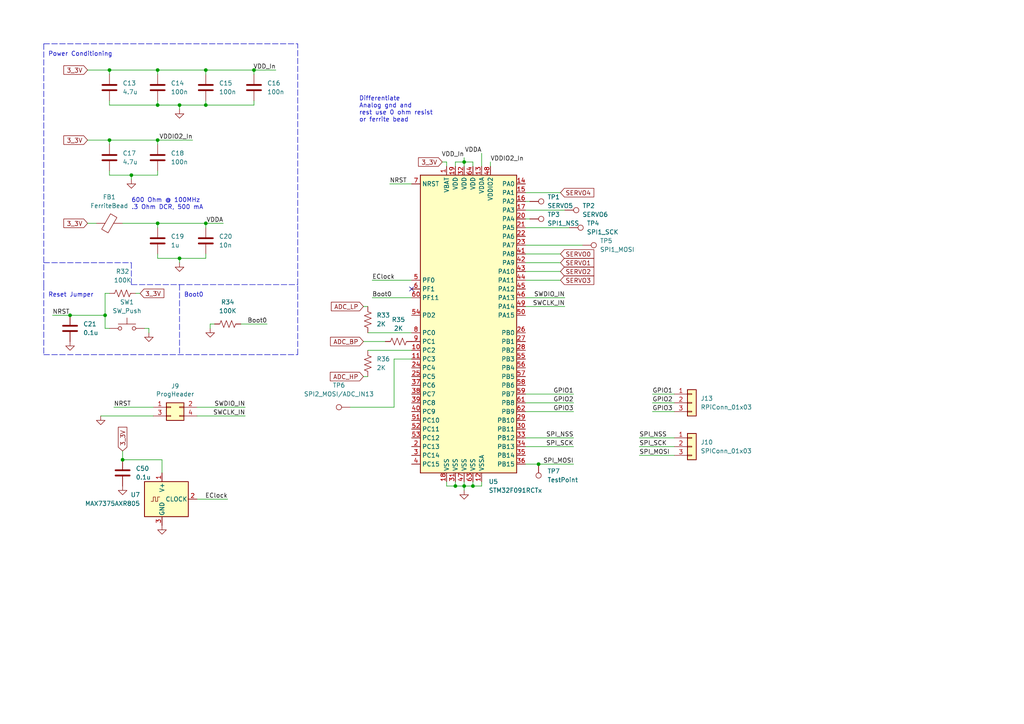
<source format=kicad_sch>
(kicad_sch (version 20211123) (generator eeschema)
  (paper "A4")
  (title_block (title "STM32 Interfacing"))
  (lib_symbols
    (symbol "Connector:TestPoint" (pin_numbers hide) (pin_names (offset 0.762) hide)
      (property "Reference" "TP" (at 0 6.858 0))
      (property "Value" "TestPoint" (at 0 5.08 0))
      (symbol "TestPoint_0_1"
        (circle (center 0 3.302) (radius 0.762))
      )
      (symbol "TestPoint_1_1"
        (pin passive line (at 0 0 90) (length 2.54) (name "1") (number "1"))
      )
    )
    (symbol "Connector_Generic:Conn_01x03" (pin_names (offset 1.016) hide)
      (property "Reference" "J" (at 0 5.08 0))
      (property "Value" "Conn_01x03" (at 0 -5.08 0))
      (symbol "Conn_01x03_1_1"
        (rectangle (start -1.27 -2.413) (end 0 -2.667) (stroke (width 0.1524)))
        (rectangle (start -1.27 0.127) (end 0 -0.127) (stroke (width 0.1524)))
        (rectangle (start -1.27 2.667) (end 0 2.413) (stroke (width 0.1524)))
        (rectangle (start -1.27 3.81) (end 1.27 -3.81) (stroke (width 0.254)) (fill (type background)))
        (pin passive line (at -5.08 2.54 0) (length 3.81) (name "Pin_1") (number "1"))
        (pin passive line (at -5.08 0 0) (length 3.81) (name "Pin_2") (number "2"))
        (pin passive line (at -5.08 -2.54 0) (length 3.81) (name "Pin_3") (number "3"))
      )
    )
    (symbol "Connector_Generic:Conn_02x02_Odd_Even" (pin_names (offset 1.016) hide)
      (property "Reference" "J" (at 1.27 2.54 0))
      (property "Value" "Conn_02x02_Odd_Even" (at 1.27 -5.08 0))
      (symbol "Conn_02x02_Odd_Even_1_1"
        (rectangle (start -1.27 -2.413) (end 0 -2.667) (stroke (width 0.1524)))
        (rectangle (start -1.27 0.127) (end 0 -0.127) (stroke (width 0.1524)))
        (rectangle (start -1.27 1.27) (end 3.81 -3.81) (stroke (width 0.254)) (fill (type background)))
        (rectangle (start 3.81 -2.413) (end 2.54 -2.667) (stroke (width 0.1524)))
        (rectangle (start 3.81 0.127) (end 2.54 -0.127) (stroke (width 0.1524)))
        (pin passive line (at -5.08 0 0) (length 3.81) (name "Pin_1") (number "1"))
        (pin passive line (at 7.62 0 180) (length 3.81) (name "Pin_2") (number "2"))
        (pin passive line (at -5.08 -2.54 0) (length 3.81) (name "Pin_3") (number "3"))
        (pin passive line (at 7.62 -2.54 180) (length 3.81) (name "Pin_4") (number "4"))
      )
    )
    (symbol "Device:C" (pin_numbers hide) (pin_names (offset 0.254))
      (property "Reference" "C" (at 0.635 2.54 0))
      (property "Value" "C" (at 0.635 -2.54 0))
      (symbol "C_0_1"
        (polyline (pts (xy -2.032 -0.762) (xy 2.032 -0.762)) (stroke (width 0.508)))
        (polyline (pts (xy -2.032 0.762) (xy 2.032 0.762)) (stroke (width 0.508)))
      )
      (symbol "C_1_1"
        (pin passive line (at 0 3.81 270) (length 2.794) (name "~") (number "1"))
        (pin passive line (at 0 -3.81 90) (length 2.794) (name "~") (number "2"))
      )
    )
    (symbol "Device:FerriteBead" (pin_numbers hide) (pin_names (offset 0))
      (property "Reference" "FB" (at -3.81 0.635 90))
      (property "Value" "FerriteBead" (at 3.81 0 90))
      (symbol "FerriteBead_0_1"
        (polyline (pts (xy 0 -1.27) (xy 0 -1.2192)))
        (polyline (pts (xy 0 1.27) (xy 0 1.2954)))
        (polyline (pts (xy -2.7686 0.4064) (xy -1.7018 2.2606) (xy 2.7686 -0.3048) (xy 1.6764 -2.159) (xy -2.7686 0.4064)))
      )
      (symbol "FerriteBead_1_1"
        (pin passive line (at 0 3.81 270) (length 2.54) (name "~") (number "1"))
        (pin passive line (at 0 -3.81 90) (length 2.54) (name "~") (number "2"))
      )
    )
    (symbol "Device:R_US" (pin_numbers hide) (pin_names (offset 0))
      (property "Reference" "R" (at 2.54 0 90))
      (property "Value" "R_US" (at -2.54 0 90))
      (symbol "R_US_0_1"
        (polyline (pts (xy 0 -2.286) (xy 0 -2.54)))
        (polyline (pts (xy 0 2.286) (xy 0 2.54)))
        (polyline (pts (xy 0 -0.762) (xy 1.016 -1.143) (xy 0 -1.524) (xy -1.016 -1.905) (xy 0 -2.286)))
        (polyline (pts (xy 0 0.762) (xy 1.016 0.381) (xy 0 0) (xy -1.016 -0.381) (xy 0 -0.762)))
        (polyline (pts (xy 0 2.286) (xy 1.016 1.905) (xy 0 1.524) (xy -1.016 1.143) (xy 0 0.762)))
      )
      (symbol "R_US_1_1"
        (pin passive line (at 0 3.81 270) (length 1.27) (name "~") (number "1"))
        (pin passive line (at 0 -3.81 90) (length 1.27) (name "~") (number "2"))
      )
    )
    (symbol "MCU_ST_STM32F0:STM32F091RCTx"
      (property "Reference" "U" (at -15.24 44.45 0))
      (property "Value" "STM32F091RCTx" (at 7.62 44.45 0))
      (symbol "STM32F091RCTx_0_1"
        (rectangle (start -15.24 -43.18) (end 12.7 43.18) (stroke (width 0.254)) (fill (type background)))
      )
      (symbol "STM32F091RCTx_1_1"
        (pin power_in line (at -7.62 45.72 270) (length 2.54) (name "VBAT") (number "1"))
        (pin bidirectional line (at -17.78 -7.62 0) (length 2.54) (name "PC2") (number "10"))
        (pin bidirectional line (at -17.78 -10.16 0) (length 2.54) (name "PC3") (number "11"))
        (pin power_in line (at 2.54 -45.72 90) (length 2.54) (name "VSSA") (number "12"))
        (pin power_in line (at 2.54 45.72 270) (length 2.54) (name "VDDA") (number "13"))
        (pin bidirectional line (at 15.24 40.64 180) (length 2.54) (name "PA0") (number "14"))
        (pin bidirectional line (at 15.24 38.1 180) (length 2.54) (name "PA1") (number "15"))
        (pin bidirectional line (at 15.24 35.56 180) (length 2.54) (name "PA2") (number "16"))
        (pin bidirectional line (at 15.24 33.02 180) (length 2.54) (name "PA3") (number "17"))
        (pin power_in line (at -7.62 -45.72 90) (length 2.54) (name "VSS") (number "18"))
        (pin power_in line (at -5.08 45.72 270) (length 2.54) (name "VDD") (number "19"))
        (pin bidirectional line (at -17.78 -35.56 0) (length 2.54) (name "PC13") (number "2"))
        (pin bidirectional line (at 15.24 30.48 180) (length 2.54) (name "PA4") (number "20"))
        (pin bidirectional line (at 15.24 27.94 180) (length 2.54) (name "PA5") (number "21"))
        (pin bidirectional line (at 15.24 25.4 180) (length 2.54) (name "PA6") (number "22"))
        (pin bidirectional line (at 15.24 22.86 180) (length 2.54) (name "PA7") (number "23"))
        (pin bidirectional line (at -17.78 -12.7 0) (length 2.54) (name "PC4") (number "24"))
        (pin bidirectional line (at -17.78 -15.24 0) (length 2.54) (name "PC5") (number "25"))
        (pin bidirectional line (at 15.24 -2.54 180) (length 2.54) (name "PB0") (number "26"))
        (pin bidirectional line (at 15.24 -5.08 180) (length 2.54) (name "PB1") (number "27"))
        (pin bidirectional line (at 15.24 -7.62 180) (length 2.54) (name "PB2") (number "28"))
        (pin bidirectional line (at 15.24 -27.94 180) (length 2.54) (name "PB10") (number "29"))
        (pin bidirectional line (at -17.78 -38.1 0) (length 2.54) (name "PC14") (number "3"))
        (pin bidirectional line (at 15.24 -30.48 180) (length 2.54) (name "PB11") (number "30"))
        (pin power_in line (at -5.08 -45.72 90) (length 2.54) (name "VSS") (number "31"))
        (pin power_in line (at -2.54 45.72 270) (length 2.54) (name "VDD") (number "32"))
        (pin bidirectional line (at 15.24 -33.02 180) (length 2.54) (name "PB12") (number "33"))
        (pin bidirectional line (at 15.24 -35.56 180) (length 2.54) (name "PB13") (number "34"))
        (pin bidirectional line (at 15.24 -38.1 180) (length 2.54) (name "PB14") (number "35"))
        (pin bidirectional line (at 15.24 -40.64 180) (length 2.54) (name "PB15") (number "36"))
        (pin bidirectional line (at -17.78 -17.78 0) (length 2.54) (name "PC6") (number "37"))
        (pin bidirectional line (at -17.78 -20.32 0) (length 2.54) (name "PC7") (number "38"))
        (pin bidirectional line (at -17.78 -22.86 0) (length 2.54) (name "PC8") (number "39"))
        (pin bidirectional line (at -17.78 -40.64 0) (length 2.54) (name "PC15") (number "4"))
        (pin bidirectional line (at -17.78 -25.4 0) (length 2.54) (name "PC9") (number "40"))
        (pin bidirectional line (at 15.24 20.32 180) (length 2.54) (name "PA8") (number "41"))
        (pin bidirectional line (at 15.24 17.78 180) (length 2.54) (name "PA9") (number "42"))
        (pin bidirectional line (at 15.24 15.24 180) (length 2.54) (name "PA10") (number "43"))
        (pin bidirectional line (at 15.24 12.7 180) (length 2.54) (name "PA11") (number "44"))
        (pin bidirectional line (at 15.24 10.16 180) (length 2.54) (name "PA12") (number "45"))
        (pin bidirectional line (at 15.24 7.62 180) (length 2.54) (name "PA13") (number "46"))
        (pin power_in line (at -2.54 -45.72 90) (length 2.54) (name "VSS") (number "47"))
        (pin power_in line (at 5.08 45.72 270) (length 2.54) (name "VDDIO2") (number "48"))
        (pin bidirectional line (at 15.24 5.08 180) (length 2.54) (name "PA14") (number "49"))
        (pin input line (at -17.78 12.7 0) (length 2.54) (name "PF0") (number "5"))
        (pin bidirectional line (at 15.24 2.54 180) (length 2.54) (name "PA15") (number "50"))
        (pin bidirectional line (at -17.78 -27.94 0) (length 2.54) (name "PC10") (number "51"))
        (pin bidirectional line (at -17.78 -30.48 0) (length 2.54) (name "PC11") (number "52"))
        (pin bidirectional line (at -17.78 -33.02 0) (length 2.54) (name "PC12") (number "53"))
        (pin bidirectional line (at -17.78 2.54 0) (length 2.54) (name "PD2") (number "54"))
        (pin bidirectional line (at 15.24 -10.16 180) (length 2.54) (name "PB3") (number "55"))
        (pin bidirectional line (at 15.24 -12.7 180) (length 2.54) (name "PB4") (number "56"))
        (pin bidirectional line (at 15.24 -15.24 180) (length 2.54) (name "PB5") (number "57"))
        (pin bidirectional line (at 15.24 -17.78 180) (length 2.54) (name "PB6") (number "58"))
        (pin bidirectional line (at 15.24 -20.32 180) (length 2.54) (name "PB7") (number "59"))
        (pin input line (at -17.78 10.16 0) (length 2.54) (name "PF1") (number "6"))
        (pin bidirectional line (at -17.78 7.62 0) (length 2.54) (name "PF11") (number "60"))
        (pin bidirectional line (at 15.24 -22.86 180) (length 2.54) (name "PB8") (number "61"))
        (pin bidirectional line (at 15.24 -25.4 180) (length 2.54) (name "PB9") (number "62"))
        (pin power_in line (at 0 -45.72 90) (length 2.54) (name "VSS") (number "63"))
        (pin power_in line (at 0 45.72 270) (length 2.54) (name "VDD") (number "64"))
        (pin input line (at -17.78 40.64 0) (length 2.54) (name "NRST") (number "7"))
        (pin bidirectional line (at -17.78 -2.54 0) (length 2.54) (name "PC0") (number "8"))
        (pin bidirectional line (at -17.78 -5.08 0) (length 2.54) (name "PC1") (number "9"))
      )
    )
    (symbol "Oscillator:MAX7375AXR805" (pin_names (offset 0.254))
      (property "Reference" "U" (at -2.54 6.35 0))
      (property "Value" "MAX7375AXR805" (at 1.27 -6.35 0))
      (symbol "MAX7375AXR805_0_1"
        (rectangle (start -5.08 5.08) (end 7.62 -5.08) (stroke (width 0.254)) (fill (type background)))
        (polyline (pts (xy -3.175 -0.635) (xy -2.54 -0.635) (xy -2.54 0.635) (xy -1.905 0.635) (xy -1.905 -0.635) (xy -1.27 -0.635) (xy -1.27 0.635) (xy -0.635 0.635)))
      )
      (symbol "MAX7375AXR805_1_1"
        (pin power_in line (at 0 7.62 270) (length 2.54) (name "V+") (number "1"))
        (pin output line (at 10.16 0 180) (length 2.54) (name "CLOCK") (number "2"))
        (pin power_in line (at 0 -7.62 90) (length 2.54) (name "GND") (number "3"))
      )
    )
    (symbol "Switch:SW_Push" (pin_numbers hide) (pin_names (offset 1.016) hide)
      (property "Reference" "SW" (at 1.27 2.54 0))
      (property "Value" "SW_Push" (at 0 -1.524 0))
      (symbol "SW_Push_0_1"
        (circle (center -2.032 0) (radius 0.508))
        (polyline (pts (xy 0 1.27) (xy 0 3.048)))
        (polyline (pts (xy 2.54 1.27) (xy -2.54 1.27)))
        (circle (center 2.032 0) (radius 0.508))
        (pin passive line (at -5.08 0 0) (length 2.54) (name "1") (number "1"))
        (pin passive line (at 5.08 0 180) (length 2.54) (name "2") (number "2"))
      )
    )
    (symbol "power:GND" (power) (pin_names (offset 0))
      (property "Value" "GND" (at 0 -3.81 0))
      (symbol "GND_0_1"
        (polyline (pts (xy 0 0) (xy 0 -1.27) (xy 1.27 -1.27) (xy 0 -2.54) (xy -1.27 -1.27) (xy 0 -1.27)))
      )
      (symbol "GND_1_1"
        (pin power_in line (at 0 0 270) (length 0) hide (name "GND") (number "1"))
      )
    )
  )
  (junction (at 38.1 50.8))
  (junction (at 137.16 140.97))
  (junction (at 132.08 140.97))
  (junction (at 156.21 134.62))
  (junction (at 45.72 20.32))
  (junction (at 45.72 30.48))
  (junction (at 45.72 40.64))
  (junction (at 35.56 133.35))
  (junction (at 134.62 140.97))
  (junction (at 59.69 20.32))
  (junction (at 134.62 46.99))
  (junction (at 45.72 64.77))
  (junction (at 31.75 20.32))
  (junction (at 20.32 91.44))
  (junction (at 52.07 74.93))
  (junction (at 31.75 40.64))
  (junction (at 59.69 30.48))
  (junction (at 52.07 30.48))
  (junction (at 73.66 20.32))
  (junction (at 59.69 64.77))
  (junction (at 30.48 91.44))
  (no_connect (at 119.38 83.82))
  (polyline (pts (xy 12.7 12.7) (xy 86.36 12.7)))
  (wire (pts (xy 45.72 20.32) (xy 45.72 21.59)))
  (polyline (pts (xy 38.1 76.2) (xy 38.1 82.55)))
  (wire (pts (xy 152.4 60.96) (xy 163.83 60.96)))
  (wire (pts (xy 152.4 55.88) (xy 162.56 55.88)))
  (wire (pts (xy 45.72 40.64) (xy 55.88 40.64)))
  (wire (pts (xy 137.16 139.7) (xy 137.16 140.97)))
  (wire (pts (xy 59.69 64.77) (xy 64.77 64.77)))
  (wire (pts (xy 107.95 86.36) (xy 119.38 86.36)))
  (wire (pts (xy 38.1 50.8) (xy 31.75 50.8)))
  (wire (pts (xy 152.4 116.84) (xy 166.37 116.84)))
  (wire (pts (xy 35.56 133.35) (xy 46.99 133.35)))
  (wire (pts (xy 134.62 45.72) (xy 134.62 46.99)))
  (wire (pts (xy 152.4 73.66) (xy 162.56 73.66)))
  (wire (pts (xy 189.23 119.38) (xy 195.58 119.38)))
  (wire (pts (xy 25.4 20.32) (xy 31.75 20.32)))
  (wire (pts (xy 139.7 140.97) (xy 137.16 140.97)))
  (wire (pts (xy 25.4 40.64) (xy 31.75 40.64)))
  (wire (pts (xy 107.95 81.28) (xy 119.38 81.28)))
  (polyline (pts (xy 12.7 76.2) (xy 38.1 76.2)))
  (wire (pts (xy 73.66 21.59) (xy 73.66 20.32)))
  (wire (pts (xy 73.66 30.48) (xy 59.69 30.48)))
  (wire (pts (xy 30.48 95.25) (xy 30.48 91.44)))
  (wire (pts (xy 45.72 74.93) (xy 52.07 74.93)))
  (wire (pts (xy 152.4 134.62) (xy 156.21 134.62)))
  (wire (pts (xy 132.08 48.26) (xy 132.08 46.99)))
  (wire (pts (xy 134.62 46.99) (xy 134.62 48.26)))
  (wire (pts (xy 139.7 44.45) (xy 139.7 48.26)))
  (wire (pts (xy 132.08 140.97) (xy 134.62 140.97)))
  (wire (pts (xy 52.07 30.48) (xy 52.07 31.75)))
  (wire (pts (xy 73.66 20.32) (xy 59.69 20.32)))
  (wire (pts (xy 152.4 86.36) (xy 163.83 86.36)))
  (wire (pts (xy 132.08 46.99) (xy 134.62 46.99)))
  (wire (pts (xy 52.07 74.93) (xy 52.07 76.2)))
  (wire (pts (xy 46.99 133.35) (xy 46.99 137.16)))
  (wire (pts (xy 45.72 29.21) (xy 45.72 30.48)))
  (wire (pts (xy 45.72 20.32) (xy 59.69 20.32)))
  (wire (pts (xy 152.4 88.9) (xy 163.83 88.9)))
  (wire (pts (xy 114.3 104.14) (xy 119.38 104.14)))
  (wire (pts (xy 31.75 40.64) (xy 31.75 41.91)))
  (wire (pts (xy 60.96 95.25) (xy 60.96 93.98)))
  (wire (pts (xy 152.4 63.5) (xy 153.67 63.5)))
  (wire (pts (xy 134.62 139.7) (xy 134.62 140.97)))
  (wire (pts (xy 30.48 85.09) (xy 31.75 85.09)))
  (wire (pts (xy 152.4 119.38) (xy 166.37 119.38)))
  (wire (pts (xy 152.4 78.74) (xy 162.56 78.74)))
  (wire (pts (xy 137.16 46.99) (xy 134.62 46.99)))
  (polyline (pts (xy 86.36 102.87) (xy 86.36 82.55)))
  (wire (pts (xy 59.69 20.32) (xy 59.69 21.59)))
  (wire (pts (xy 73.66 29.21) (xy 73.66 30.48)))
  (wire (pts (xy 152.4 114.3) (xy 166.37 114.3)))
  (wire (pts (xy 185.42 129.54) (xy 195.58 129.54)))
  (wire (pts (xy 43.18 95.25) (xy 43.18 96.52)))
  (wire (pts (xy 57.15 120.65) (xy 71.12 120.65)))
  (wire (pts (xy 35.56 64.77) (xy 45.72 64.77)))
  (wire (pts (xy 31.75 20.32) (xy 45.72 20.32)))
  (wire (pts (xy 139.7 139.7) (xy 139.7 140.97)))
  (wire (pts (xy 59.69 29.21) (xy 59.69 30.48)))
  (wire (pts (xy 129.54 139.7) (xy 129.54 140.97)))
  (wire (pts (xy 35.56 130.81) (xy 35.56 133.35)))
  (wire (pts (xy 45.72 41.91) (xy 45.72 40.64)))
  (wire (pts (xy 152.4 129.54) (xy 166.37 129.54)))
  (wire (pts (xy 59.69 74.93) (xy 59.69 73.66)))
  (wire (pts (xy 105.41 109.22) (xy 106.68 109.22)))
  (wire (pts (xy 59.69 66.04) (xy 59.69 64.77)))
  (wire (pts (xy 152.4 127) (xy 166.37 127)))
  (wire (pts (xy 52.07 30.48) (xy 59.69 30.48)))
  (wire (pts (xy 60.96 93.98) (xy 62.23 93.98)))
  (wire (pts (xy 30.48 95.25) (xy 31.75 95.25)))
  (wire (pts (xy 106.68 96.52) (xy 119.38 96.52)))
  (wire (pts (xy 152.4 66.04) (xy 165.1 66.04)))
  (wire (pts (xy 189.23 114.3) (xy 195.58 114.3)))
  (wire (pts (xy 185.42 132.08) (xy 195.58 132.08)))
  (wire (pts (xy 15.24 91.44) (xy 20.32 91.44)))
  (polyline (pts (xy 86.36 82.55) (xy 86.36 12.7)))
  (polyline (pts (xy 52.07 82.55) (xy 52.07 102.87)))
  (wire (pts (xy 129.54 48.26) (xy 129.54 46.99)))
  (wire (pts (xy 38.1 50.8) (xy 45.72 50.8)))
  (polyline (pts (xy 12.7 102.87) (xy 86.36 102.87)))
  (wire (pts (xy 168.91 71.12) (xy 152.4 71.12)))
  (wire (pts (xy 45.72 64.77) (xy 45.72 66.04)))
  (wire (pts (xy 73.66 20.32) (xy 80.01 20.32)))
  (wire (pts (xy 31.75 49.53) (xy 31.75 50.8)))
  (wire (pts (xy 69.85 93.98) (xy 77.47 93.98)))
  (wire (pts (xy 101.6 118.11) (xy 114.3 118.11)))
  (wire (pts (xy 156.21 134.62) (xy 166.37 134.62)))
  (wire (pts (xy 105.41 99.06) (xy 111.76 99.06)))
  (wire (pts (xy 25.4 64.77) (xy 27.94 64.77)))
  (wire (pts (xy 45.72 40.64) (xy 31.75 40.64)))
  (wire (pts (xy 114.3 118.11) (xy 114.3 104.14)))
  (wire (pts (xy 44.45 118.11) (xy 33.02 118.11)))
  (wire (pts (xy 59.69 64.77) (xy 45.72 64.77)))
  (wire (pts (xy 20.32 91.44) (xy 30.48 91.44)))
  (wire (pts (xy 40.64 85.09) (xy 39.37 85.09)))
  (wire (pts (xy 31.75 30.48) (xy 45.72 30.48)))
  (wire (pts (xy 52.07 74.93) (xy 59.69 74.93)))
  (wire (pts (xy 29.21 120.65) (xy 44.45 120.65)))
  (wire (pts (xy 45.72 49.53) (xy 45.72 50.8)))
  (wire (pts (xy 129.54 140.97) (xy 132.08 140.97)))
  (wire (pts (xy 129.54 46.99) (xy 128.27 46.99)))
  (wire (pts (xy 31.75 20.32) (xy 31.75 21.59)))
  (wire (pts (xy 30.48 85.09) (xy 30.48 91.44)))
  (wire (pts (xy 152.4 81.28) (xy 162.56 81.28)))
  (wire (pts (xy 137.16 48.26) (xy 137.16 46.99)))
  (wire (pts (xy 52.07 30.48) (xy 45.72 30.48)))
  (polyline (pts (xy 38.1 82.55) (xy 86.36 82.55)))
  (polyline (pts (xy 12.7 12.7) (xy 12.7 82.55)))
  (wire (pts (xy 38.1 52.07) (xy 38.1 50.8)))
  (wire (pts (xy 113.03 53.34) (xy 119.38 53.34)))
  (wire (pts (xy 189.23 116.84) (xy 195.58 116.84)))
  (wire (pts (xy 152.4 76.2) (xy 162.56 76.2)))
  (polyline (pts (xy 12.7 82.55) (xy 12.7 102.87)))
  (wire (pts (xy 41.91 95.25) (xy 43.18 95.25)))
  (wire (pts (xy 134.62 140.97) (xy 134.62 142.24)))
  (wire (pts (xy 132.08 139.7) (xy 132.08 140.97)))
  (wire (pts (xy 185.42 127) (xy 195.58 127)))
  (wire (pts (xy 57.15 118.11) (xy 71.12 118.11)))
  (wire (pts (xy 142.24 46.99) (xy 142.24 48.26)))
  (wire (pts (xy 137.16 140.97) (xy 134.62 140.97)))
  (wire (pts (xy 152.4 58.42) (xy 153.67 58.42)))
  (wire (pts (xy 31.75 29.21) (xy 31.75 30.48)))
  (wire (pts (xy 45.72 73.66) (xy 45.72 74.93)))
  (wire (pts (xy 106.68 101.6) (xy 119.38 101.6)))
  (wire (pts (xy 57.15 144.78) (xy 66.04 144.78)))
  (wire (pts (xy 105.41 88.9) (xy 106.68 88.9)))
  (text "Differentiate\nAnalog gnd and\nrest use 0 ohm resist\nor ferrite bead" (at 104.14 35.56 0) (effects (font (size 1.27 1.27)) (justify left bottom)))
  (text "600 Ohm @ 100MHz\n.3 Ohm DCR, 500 mA" (at 38.1 60.96 0) (effects (font (size 1.27 1.27)) (justify left bottom)))
  (text "Boot0" (at 53.34 86.36 0) (effects (font (size 1.27 1.27)) (justify left bottom)))
  (text "Power Conditioning" (at 13.97 16.51 0) (effects (font (size 1.27 1.27)) (justify left bottom)))
  (text "Reset Jumper" (at 13.97 86.36 0) (effects (font (size 1.27 1.27)) (justify left bottom)))
  (label "SWCLK_IN" (at 71.12 120.65 180))
  (label "SPI_MOSI" (at 185.42 132.08 0))
  (label "NRST" (at 15.24 91.44 0))
  (label "GPIO3" (at 189.23 119.38 0))
  (label "SPI_MOSI" (at 166.37 134.62 180))
  (label "SPI_SCK" (at 185.42 129.54 0))
  (label "NRST" (at 33.02 118.11 0))
  (label "VDD_In" (at 134.62 45.72 180))
  (label "VDDIO2_In" (at 55.88 40.64 180))
  (label "EClock" (at 66.04 144.78 180))
  (label "SWDIO_IN" (at 163.83 86.36 180))
  (label "SPI_SCK" (at 166.37 129.54 180))
  (label "Boot0" (at 77.47 93.98 180))
  (label "GPIO2" (at 166.37 116.84 180))
  (label "GPIO3" (at 166.37 119.38 180))
  (label "NRST" (at 113.03 53.34 0))
  (label "VDDA" (at 139.7 44.45 180))
  (label "GPIO1" (at 189.23 114.3 0))
  (label "EClock" (at 107.95 81.28 0))
  (label "VDDIO2_In" (at 142.24 46.99 0))
  (label "Boot0" (at 107.95 86.36 0))
  (label "SWCLK_IN" (at 163.83 88.9 180))
  (label "SPI_NSS" (at 185.42 127 0))
  (label "GPIO2" (at 189.23 116.84 0))
  (label "SPI_NSS" (at 166.37 127 180))
  (label "SWDIO_IN" (at 71.12 118.11 180))
  (label "VDD_In" (at 80.01 20.32 180))
  (label "VDDA" (at 64.77 64.77 180))
  (label "GPIO1" (at 166.37 114.3 180))
  (global_label "3_3V" (shape input) (at 40.64 85.09 0) (property "Intersheet References" "${INTERSHEET_REFS}" (effects hide)))
  (global_label "SERVO2" (shape input) (at 162.56 78.74 0) (property "Intersheet References" "${INTERSHEET_REFS}" (effects hide)))
  (global_label "SERVO0" (shape input) (at 162.56 73.66 0) (property "Intersheet References" "${INTERSHEET_REFS}" (effects hide)))
  (global_label "3_3V" (shape input) (at 35.56 130.81 90) (property "Intersheet References" "${INTERSHEET_REFS}" (effects hide)))
  (global_label "ADC_HP" (shape input) (at 105.41 109.22 180) (property "Intersheet References" "${INTERSHEET_REFS}" (effects hide)))
  (global_label "ADC_LP" (shape input) (at 105.41 88.9 180) (property "Intersheet References" "${INTERSHEET_REFS}" (effects hide)))
  (global_label "SERVO1" (shape input) (at 162.56 76.2 0) (property "Intersheet References" "${INTERSHEET_REFS}" (effects hide)))
  (global_label "SERVO3" (shape input) (at 162.56 81.28 0) (property "Intersheet References" "${INTERSHEET_REFS}" (effects hide)))
  (global_label "3_3V" (shape input) (at 25.4 64.77 180) (property "Intersheet References" "${INTERSHEET_REFS}" (effects hide)))
  (global_label "ADC_BP" (shape input) (at 105.41 99.06 180) (property "Intersheet References" "${INTERSHEET_REFS}" (effects hide)))
  (global_label "3_3V" (shape input) (at 25.4 40.64 180) (property "Intersheet References" "${INTERSHEET_REFS}" (effects hide)))
  (global_label "3_3V" (shape input) (at 25.4 20.32 180) (property "Intersheet References" "${INTERSHEET_REFS}" (effects hide)))
  (global_label "SERVO4" (shape input) (at 162.56 55.88 0) (property "Intersheet References" "${INTERSHEET_REFS}" (effects hide)))
  (global_label "3_3V" (shape input) (at 128.27 46.99 180) (property "Intersheet References" "${INTERSHEET_REFS}" (effects hide)))
  (symbol (lib_id "power:GND") (at 46.99 152.4 0) (unit 1)
    (property "Reference" "#PWR045" (effects hide))
    (property "Value" "GND" (effects hide))
  )
  (symbol (lib_id "Connector:TestPoint") (at 163.83 60.96 270) (unit 1)
    (property "Reference" "TP2" (at 168.91 59.6899 90) (effects (justify left)))
    (property "Value" "SERVO6" (at 168.91 62.2299 90) (effects (justify left)))
    (property "Footprint" "TestPoint:TestPoint_THTPad_1.5x1.5mm_Drill0.7mm" (effects hide))
  )
  (symbol (lib_id "Connector_Generic:Conn_01x03") (at 200.66 129.54 0) (unit 1)
    (property "Reference" "J10" (at 203.2 128.2699 0) (effects (justify left)))
    (property "Value" "SPIConn_01x03" (at 203.2 130.8099 0) (effects (justify left)))
    (property "Footprint" "Connector_PinSocket_2.54mm:PinSocket_1x03_P2.54mm_Vertical" (effects hide))
  )
  (symbol (lib_id "Device:C") (at 31.75 25.4 0) (unit 1)
    (property "Reference" "C13" (at 35.56 24.1299 0) (effects (justify left)))
    (property "Value" "4.7u" (at 35.56 26.6699 0) (effects (justify left)))
    (property "Footprint" "Capacitor_SMD:C_0805_2012Metric_Pad1.18x1.45mm_HandSolder" (effects hide))
  )
  (symbol (lib_id "Device:R_US") (at 66.04 93.98 90) (unit 1)
    (property "Reference" "R34" (at 66.04 87.63 90))
    (property "Value" "100K" (at 66.04 90.17 90))
    (property "Footprint" "Resistor_SMD:R_0805_2012Metric_Pad1.20x1.40mm_HandSolder" (effects hide))
  )
  (symbol (lib_id "power:GND") (at 20.32 99.06 0) (unit 1)
    (property "Reference" "#PWR022" (effects hide))
    (property "Value" "GND" (effects hide))
  )
  (symbol (lib_id "Connector_Generic:Conn_01x03") (at 200.66 116.84 0) (unit 1)
    (property "Reference" "J13" (at 203.2 115.5699 0) (effects (justify left)))
    (property "Value" "RPiConn_01x03" (at 203.2 118.1099 0) (effects (justify left)))
    (property "Footprint" "Connector_PinSocket_2.54mm:PinSocket_1x03_P2.54mm_Vertical" (effects hide))
  )
  (symbol (lib_id "Device:C") (at 59.69 25.4 0) (unit 1)
    (property "Reference" "C15" (at 63.5 24.1299 0) (effects (justify left)))
    (property "Value" "100n" (at 63.5 26.6699 0) (effects (justify left)))
    (property "Footprint" "Capacitor_SMD:C_0805_2012Metric_Pad1.18x1.45mm_HandSolder" (effects hide))
  )
  (symbol (lib_id "Connector:TestPoint") (at 165.1 66.04 270) (unit 1)
    (property "Reference" "TP4" (at 170.18 64.7699 90) (effects (justify left)))
    (property "Value" "SPI1_SCK" (at 170.18 67.3099 90) (effects (justify left)))
    (property "Footprint" "TestPoint:TestPoint_THTPad_1.5x1.5mm_Drill0.7mm" (effects hide))
  )
  (symbol (lib_id "power:GND") (at 43.18 96.52 0) (unit 1)
    (property "Reference" "#PWR020" (effects hide))
    (property "Value" "GND" (effects hide))
  )
  (symbol (lib_id "Connector:TestPoint") (at 168.91 71.12 270) (unit 1)
    (property "Reference" "TP5" (at 173.99 69.8499 90) (effects (justify left)))
    (property "Value" "SPI1_MOSI" (at 173.99 72.3899 90) (effects (justify left)))
    (property "Footprint" "TestPoint:TestPoint_THTPad_1.5x1.5mm_Drill0.7mm" (effects hide))
  )
  (symbol (lib_id "Connector:TestPoint") (at 153.67 63.5 270) (unit 1)
    (property "Reference" "TP3" (at 158.75 62.2299 90) (effects (justify left)))
    (property "Value" "SPI1_NSS" (at 158.75 64.7699 90) (effects (justify left)))
    (property "Footprint" "TestPoint:TestPoint_THTPad_1.5x1.5mm_Drill0.7mm" (effects hide))
  )
  (symbol (lib_id "Connector_Generic:Conn_02x02_Odd_Even") (at 49.53 118.11 0) (unit 1)
    (property "Reference" "J9" (at 50.8 111.9886 0))
    (property "Value" "ProgHeader" (at 50.8 114.3 0))
    (property "Footprint" "Connector_PinHeader_2.54mm:PinHeader_2x02_P2.54mm_Vertical" (effects hide))
  )
  (symbol (lib_id "power:GND") (at 35.56 140.97 0) (unit 1)
    (property "Reference" "#PWR024" (effects hide))
    (property "Value" "GND" (effects hide))
  )
  (symbol (lib_id "Device:C") (at 59.69 69.85 0) (unit 1)
    (property "Reference" "C20" (at 63.5 68.5799 0) (effects (justify left)))
    (property "Value" "10n" (at 63.5 71.1199 0) (effects (justify left)))
    (property "Footprint" "Capacitor_SMD:C_0805_2012Metric_Pad1.18x1.45mm_HandSolder" (effects hide))
  )
  (symbol (lib_id "Device:C") (at 20.32 95.25 0) (unit 1)
    (property "Reference" "C21" (at 24.13 93.9799 0) (effects (justify left)))
    (property "Value" "0.1u" (at 24.13 96.5199 0) (effects (justify left)))
    (property "Footprint" "Capacitor_SMD:C_0805_2012Metric_Pad1.18x1.45mm_HandSolder" (effects hide))
  )
  (symbol (lib_id "Device:FerriteBead") (at 31.75 64.77 90) (unit 1)
    (property "Reference" "FB1" (at 31.6992 57.15 90))
    (property "Value" "FerriteBead" (at 31.6992 59.69 90))
    (property "Footprint" "Resistor_SMD:R_0805_2012Metric_Pad1.20x1.40mm_HandSolder" (effects hide))
  )
  (symbol (lib_id "Connector:TestPoint") (at 156.21 134.62 180) (unit 1)
    (property "Reference" "TP7" (at 158.75 136.6519 0) (effects (justify right)))
    (property "Value" "TestPoint" (at 158.75 139.1919 0) (effects (justify right)))
    (property "Footprint" "TestPoint:TestPoint_THTPad_1.5x1.5mm_Drill0.7mm" (effects hide))
  )
  (symbol (lib_id "Connector:TestPoint") (at 153.67 58.42 270) (unit 1)
    (property "Reference" "TP1" (at 158.75 57.1499 90) (effects (justify left)))
    (property "Value" "SERVO5" (at 158.75 59.6899 90) (effects (justify left)))
    (property "Footprint" "TestPoint:TestPoint_THTPad_1.5x1.5mm_Drill0.7mm" (effects hide))
  )
  (symbol (lib_id "power:GND") (at 60.96 95.25 0) (unit 1)
    (property "Reference" "#PWR021" (effects hide))
    (property "Value" "GND" (effects hide))
  )
  (symbol (lib_id "Connector:TestPoint") (at 101.6 118.11 90) (unit 1)
    (property "Reference" "TP6" (at 98.298 111.76 90))
    (property "Value" "SPI2_MOSI/ADC_IN13" (at 98.298 114.3 90))
    (property "Footprint" "TestPoint:TestPoint_THTPad_1.5x1.5mm_Drill0.7mm" (effects hide))
  )
  (symbol (lib_id "Device:C") (at 45.72 45.72 0) (unit 1)
    (property "Reference" "C18" (at 49.53 44.4499 0) (effects (justify left)))
    (property "Value" "100n" (at 49.53 46.9899 0) (effects (justify left)))
    (property "Footprint" "Capacitor_SMD:C_0805_2012Metric_Pad1.18x1.45mm_HandSolder" (effects hide))
  )
  (symbol (lib_id "Device:C") (at 45.72 69.85 0) (unit 1)
    (property "Reference" "C19" (at 49.53 68.5799 0) (effects (justify left)))
    (property "Value" "1u" (at 49.53 71.1199 0) (effects (justify left)))
    (property "Footprint" "Capacitor_SMD:C_0805_2012Metric_Pad1.18x1.45mm_HandSolder" (effects hide))
  )
  (symbol (lib_id "power:GND") (at 52.07 76.2 0) (unit 1)
    (property "Reference" "#PWR019" (effects hide))
    (property "Value" "GND" (effects hide))
  )
  (symbol (lib_id "Device:R_US") (at 115.57 99.06 90) (unit 1)
    (property "Reference" "R35" (at 115.57 92.71 90))
    (property "Value" "2K" (at 115.57 95.25 90))
    (property "Footprint" "Resistor_SMD:R_0805_2012Metric_Pad1.20x1.40mm_HandSolder" (effects hide))
  )
  (symbol (lib_id "power:GND") (at 52.07 31.75 0) (unit 1)
    (property "Reference" "#PWR017" (effects hide))
    (property "Value" "GND" (effects hide))
  )
  (symbol (lib_id "Device:R_US") (at 106.68 92.71 180) (unit 1)
    (property "Reference" "R33" (at 109.22 91.4399 0) (effects (justify right)))
    (property "Value" "2K" (at 109.22 93.9799 0) (effects (justify right)))
    (property "Footprint" "Resistor_SMD:R_0805_2012Metric_Pad1.20x1.40mm_HandSolder" (effects hide))
  )
  (symbol (lib_id "Switch:SW_Push") (at 36.83 95.25 0) (unit 1)
    (property "Reference" "SW1" (at 36.83 87.63 0))
    (property "Value" "SW_Push" (at 36.83 90.17 0))
    (property "Footprint" "Button_Switch_THT:SW_PUSH-12mm_Wuerth-430476085716" (effects hide))
  )
  (symbol (lib_id "power:GND") (at 38.1 52.07 0) (unit 1)
    (property "Reference" "#PWR018" (effects hide))
    (property "Value" "GND" (effects hide))
  )
  (symbol (lib_id "Device:R_US") (at 35.56 85.09 90) (unit 1)
    (property "Reference" "R32" (at 35.56 78.74 90))
    (property "Value" "100K" (at 35.56 81.28 90))
    (property "Footprint" "Resistor_SMD:R_0805_2012Metric_Pad1.20x1.40mm_HandSolder" (effects hide))
  )
  (symbol (lib_id "Oscillator:MAX7375AXR805") (at 46.99 144.78 0) (unit 1)
    (property "Reference" "U7" (at 40.64 143.5099 0) (effects (justify right)))
    (property "Value" "MAX7375AXR805" (at 40.64 146.0499 0) (effects (justify right)))
    (property "Footprint" "Package_TO_SOT_SMD:SOT-323_SC-70" (effects hide))
    (property "Datasheet" "https://datasheets.maximintegrated.com/en/ds/MAX7375.pdf" (effects hide))
  )
  (symbol (lib_id "Device:R_US") (at 106.68 105.41 180) (unit 1)
    (property "Reference" "R36" (at 109.22 104.1399 0) (effects (justify right)))
    (property "Value" "2K" (at 109.22 106.6799 0) (effects (justify right)))
    (property "Footprint" "Resistor_SMD:R_0805_2012Metric_Pad1.20x1.40mm_HandSolder" (effects hide))
  )
  (symbol (lib_id "power:GND") (at 134.62 142.24 0) (unit 1)
    (property "Reference" "#PWR025" (effects hide))
    (property "Value" "GND" (effects hide))
  )
  (symbol (lib_id "MCU_ST_STM32F0:STM32F091RCTx") (at 137.16 93.98 0) (unit 1)
    (property "Reference" "U5" (at 141.7194 139.7 0) (effects (justify left)))
    (property "Value" "STM32F091RCTx" (at 141.7194 142.24 0) (effects (justify left)))
    (property "Footprint" "Package_QFP:LQFP-64_10x10mm_P0.5mm" (effects hide))
    (property "Datasheet" "http://www.st.com/st-web-ui/static/active/en/resource/technical/document/datasheet/DM00115237.pdf" (effects hide))
  )
  (symbol (lib_id "Device:C") (at 73.66 25.4 0) (unit 1)
    (property "Reference" "C16" (at 77.47 24.1299 0) (effects (justify left)))
    (property "Value" "100n" (at 77.47 26.6699 0) (effects (justify left)))
    (property "Footprint" "Capacitor_SMD:C_0805_2012Metric_Pad1.18x1.45mm_HandSolder" (effects hide))
  )
  (symbol (lib_id "Device:C") (at 31.75 45.72 0) (unit 1)
    (property "Reference" "C17" (at 35.56 44.4499 0) (effects (justify left)))
    (property "Value" "4.7u" (at 35.56 46.9899 0) (effects (justify left)))
    (property "Footprint" "Capacitor_SMD:C_0805_2012Metric_Pad1.18x1.45mm_HandSolder" (effects hide))
  )
  (symbol (lib_id "power:GND") (at 29.21 120.65 0) (unit 1)
    (property "Reference" "#PWR023" (effects hide))
    (property "Value" "GND" (effects hide))
  )
  (symbol (lib_id "Device:C") (at 35.56 137.16 0) (unit 1)
    (property "Reference" "C50" (at 39.37 135.8899 0) (effects (justify left)))
    (property "Value" "0.1u" (at 39.37 138.4299 0) (effects (justify left)))
    (property "Footprint" "Capacitor_SMD:C_0805_2012Metric_Pad1.18x1.45mm_HandSolder" (effects hide))
  )
  (symbol (lib_id "Device:C") (at 45.72 25.4 0) (unit 1)
    (property "Reference" "C14" (at 49.53 24.1299 0) (effects (justify left)))
    (property "Value" "100n" (at 49.53 26.6699 0) (effects (justify left)))
    (property "Footprint" "Capacitor_SMD:C_0805_2012Metric_Pad1.18x1.45mm_HandSolder" (effects hide))
  )
)
</source>
